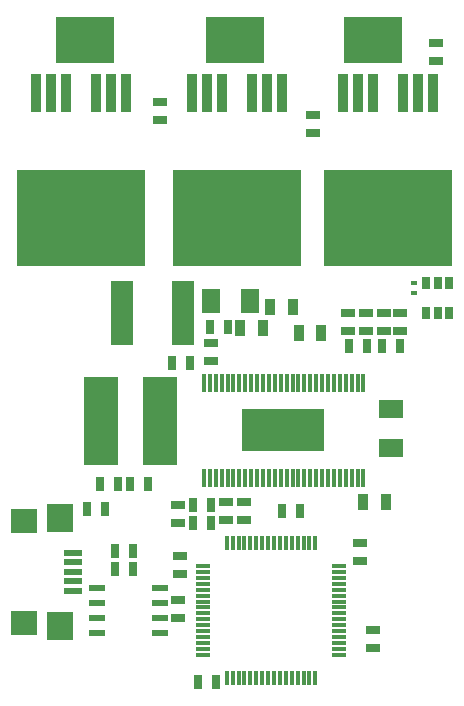
<source format=gtp>
%FSLAX46Y46*%
G04 Gerber Fmt 4.6, Leading zero omitted, Abs format (unit mm)*
G04 Created by KiCad (PCBNEW (2014-09-02 BZR 5112)-product) date tor  4 sep 2014 20:22:56*
%MOMM*%
G01*
G04 APERTURE LIST*
%ADD10C,0.150000*%
%ADD11R,1.524000X2.032000*%
%ADD12R,1.143000X0.635000*%
%ADD13R,0.635000X1.143000*%
%ADD14R,0.889000X1.397000*%
%ADD15R,1.849120X5.499100*%
%ADD16R,2.032000X1.524000*%
%ADD17R,2.997200X7.498080*%
%ADD18R,5.000000X4.000000*%
%ADD19R,10.800080X8.150860*%
%ADD20R,0.899160X3.200400*%
%ADD21R,0.300000X1.300480*%
%ADD22R,1.300480X0.300000*%
%ADD23R,0.299720X1.501140*%
%ADD24R,7.000240X3.599180*%
%ADD25R,1.500000X0.500000*%
%ADD26R,2.200000X2.400000*%
%ADD27R,2.200000X2.000000*%
%ADD28R,0.701040X1.000760*%
%ADD29R,1.399540X0.599440*%
%ADD30R,0.599440X0.398780*%
G04 APERTURE END LIST*
D10*
D11*
X95758000Y-104902000D03*
X99060000Y-104902000D03*
D12*
X108331000Y-125349000D03*
X108331000Y-126873000D03*
X109474000Y-134239000D03*
X109474000Y-132715000D03*
X98552000Y-123444000D03*
X98552000Y-121920000D03*
X93091000Y-128016000D03*
X93091000Y-126492000D03*
D13*
X94234000Y-122174000D03*
X95758000Y-122174000D03*
D12*
X92964000Y-122174000D03*
X92964000Y-123698000D03*
D13*
X101727000Y-122682000D03*
X103251000Y-122682000D03*
D14*
X110553500Y-121920000D03*
X108648500Y-121920000D03*
D13*
X92456000Y-110109000D03*
X93980000Y-110109000D03*
D12*
X95758000Y-108458000D03*
X95758000Y-109982000D03*
D14*
X100139500Y-107188000D03*
X98234500Y-107188000D03*
X102679500Y-105410000D03*
X100774500Y-105410000D03*
X105092500Y-107569000D03*
X103187500Y-107569000D03*
D13*
X107442000Y-108712000D03*
X108966000Y-108712000D03*
X94615000Y-137160000D03*
X96139000Y-137160000D03*
X110236000Y-108712000D03*
X111760000Y-108712000D03*
D15*
X93380560Y-105918000D03*
X88229440Y-105918000D03*
D16*
X110998000Y-117348000D03*
X110998000Y-114046000D03*
D17*
X91399360Y-115062000D03*
X86400640Y-115062000D03*
D18*
X85090000Y-82804000D03*
X97790000Y-82804000D03*
X109474000Y-82804000D03*
D19*
X110744000Y-97848420D03*
D20*
X114554000Y-87246460D03*
X113284000Y-87246460D03*
X112014000Y-87246460D03*
X109474000Y-87246460D03*
X108204000Y-87246460D03*
X106934000Y-87246460D03*
D19*
X97917000Y-97848420D03*
D20*
X101727000Y-87246460D03*
X100457000Y-87246460D03*
X99187000Y-87246460D03*
X96647000Y-87246460D03*
X95377000Y-87246460D03*
X94107000Y-87246460D03*
D19*
X84709000Y-97848420D03*
D20*
X88519000Y-87246460D03*
X87249000Y-87246460D03*
X85979000Y-87246460D03*
X83439000Y-87246460D03*
X82169000Y-87246460D03*
X80899000Y-87246460D03*
D13*
X86360000Y-120396000D03*
X87884000Y-120396000D03*
X88900000Y-120396000D03*
X90424000Y-120396000D03*
X94234000Y-123698000D03*
X95758000Y-123698000D03*
D12*
X97028000Y-121920000D03*
X97028000Y-123444000D03*
D13*
X95631000Y-107061000D03*
X97155000Y-107061000D03*
D12*
X114808000Y-84582000D03*
X114808000Y-83058000D03*
X104394000Y-89154000D03*
X104394000Y-90678000D03*
X91440000Y-88011000D03*
X91440000Y-89535000D03*
X107315000Y-105918000D03*
X107315000Y-107442000D03*
X108839000Y-105918000D03*
X108839000Y-107442000D03*
X110363000Y-105918000D03*
X110363000Y-107442000D03*
X111760000Y-105918000D03*
X111760000Y-107442000D03*
D21*
X98587560Y-136814560D03*
X99087940Y-136814560D03*
X99588320Y-136814560D03*
X100088700Y-136814560D03*
X100589080Y-136814560D03*
X97088960Y-136814560D03*
X97586800Y-136814560D03*
X98087180Y-136814560D03*
D22*
X106588560Y-134813040D03*
X106588560Y-134315200D03*
X106588560Y-133814820D03*
X106588560Y-133314440D03*
X106588560Y-132814060D03*
X106588560Y-132313680D03*
X106588560Y-131813300D03*
X106588560Y-131312920D03*
D21*
X104587040Y-125313440D03*
X104089200Y-125313440D03*
X103588820Y-125313440D03*
X103088440Y-125313440D03*
X102588060Y-125313440D03*
X102087680Y-125313440D03*
X101587300Y-125313440D03*
X101086920Y-125313440D03*
D22*
X95087440Y-127314960D03*
X95087440Y-127812800D03*
X95087440Y-128313180D03*
X95087440Y-128813560D03*
X95087440Y-129313940D03*
X95087440Y-129814320D03*
X95087440Y-130314700D03*
X95087440Y-130815080D03*
D21*
X101086920Y-136814560D03*
X101587300Y-136814560D03*
X102087680Y-136814560D03*
D22*
X106588560Y-130815080D03*
X106588560Y-130314700D03*
X106588560Y-129814320D03*
D21*
X100589080Y-125313440D03*
X100088700Y-125313440D03*
X99588320Y-125313440D03*
D22*
X95087440Y-131312920D03*
X95087440Y-131813300D03*
X95087440Y-132313680D03*
D21*
X102588060Y-136814560D03*
X103088440Y-136814560D03*
X103588820Y-136814560D03*
X104089200Y-136814560D03*
X104587040Y-136814560D03*
D22*
X106588560Y-129313940D03*
X106588560Y-128813560D03*
X106588560Y-128313180D03*
X106588560Y-127812800D03*
X106588560Y-127314960D03*
D21*
X99087940Y-125313440D03*
X98587560Y-125313440D03*
X98087180Y-125313440D03*
X97586800Y-125313440D03*
X97088960Y-125313440D03*
D22*
X95087440Y-132814060D03*
X95087440Y-133314440D03*
X95087440Y-133814820D03*
X95087440Y-134315200D03*
X95087440Y-134813040D03*
D23*
X104157780Y-111823500D03*
X103657400Y-111823500D03*
X103157020Y-111823500D03*
X102656640Y-111823500D03*
X102156260Y-111823500D03*
X101658420Y-111823500D03*
X101158040Y-111823500D03*
X100657660Y-111823500D03*
X100157280Y-111823500D03*
X99656900Y-111823500D03*
X99156520Y-111823500D03*
X108656120Y-111823500D03*
X108158280Y-111823500D03*
X107657900Y-111823500D03*
X103157020Y-119824500D03*
X106657140Y-111823500D03*
X106156760Y-111823500D03*
X105656380Y-111823500D03*
X105158540Y-111823500D03*
X104658160Y-111823500D03*
X100657660Y-119824500D03*
X101158040Y-119824500D03*
X101658420Y-119824500D03*
X102156260Y-119824500D03*
X102656640Y-119824500D03*
X107157520Y-111823500D03*
X103657400Y-119824500D03*
X104157780Y-119824500D03*
X104658160Y-119824500D03*
X105158540Y-119824500D03*
X105656380Y-119824500D03*
X106156760Y-119824500D03*
X106657140Y-119824500D03*
X95158560Y-119824500D03*
X95656400Y-119824500D03*
X96156780Y-119824500D03*
X96657160Y-119824500D03*
X97157540Y-119824500D03*
X97657920Y-119824500D03*
X98158300Y-119824500D03*
X98656140Y-119824500D03*
X99156520Y-119824500D03*
X99656900Y-119824500D03*
X100157280Y-119824500D03*
X107157520Y-119824500D03*
X107657900Y-119824500D03*
X108158280Y-119824500D03*
X108656120Y-119824500D03*
X98656140Y-111823500D03*
X98158300Y-111823500D03*
X97657920Y-111823500D03*
X97157540Y-111823500D03*
X96657160Y-111823500D03*
X96156780Y-111823500D03*
X95656400Y-111823500D03*
X95158560Y-111823500D03*
D24*
X101854000Y-115824000D03*
D25*
X84100000Y-129400000D03*
X84100000Y-128600000D03*
X84100000Y-127800000D03*
X84100000Y-127000000D03*
X84100000Y-126200000D03*
D26*
X83000000Y-123250000D03*
X83000000Y-132350000D03*
D27*
X79925000Y-123450000D03*
X79925000Y-132150000D03*
D12*
X93000000Y-130188000D03*
X93000000Y-131712000D03*
D13*
X89162000Y-127550000D03*
X87638000Y-127550000D03*
X89162000Y-126000000D03*
X87638000Y-126000000D03*
X86762000Y-122500000D03*
X85238000Y-122500000D03*
D28*
X115887500Y-105918000D03*
X114935000Y-105918000D03*
X113982500Y-105918000D03*
X113982500Y-103378000D03*
X114935000Y-103378000D03*
X115887500Y-103378000D03*
D29*
X86133000Y-132955000D03*
X91467000Y-132955000D03*
X86133000Y-131685000D03*
X86133000Y-130415000D03*
X86133000Y-129145000D03*
X91467000Y-131685000D03*
X91467000Y-130415000D03*
X91467000Y-129145000D03*
D30*
X112903000Y-103309420D03*
X112903000Y-104208580D03*
M02*

</source>
